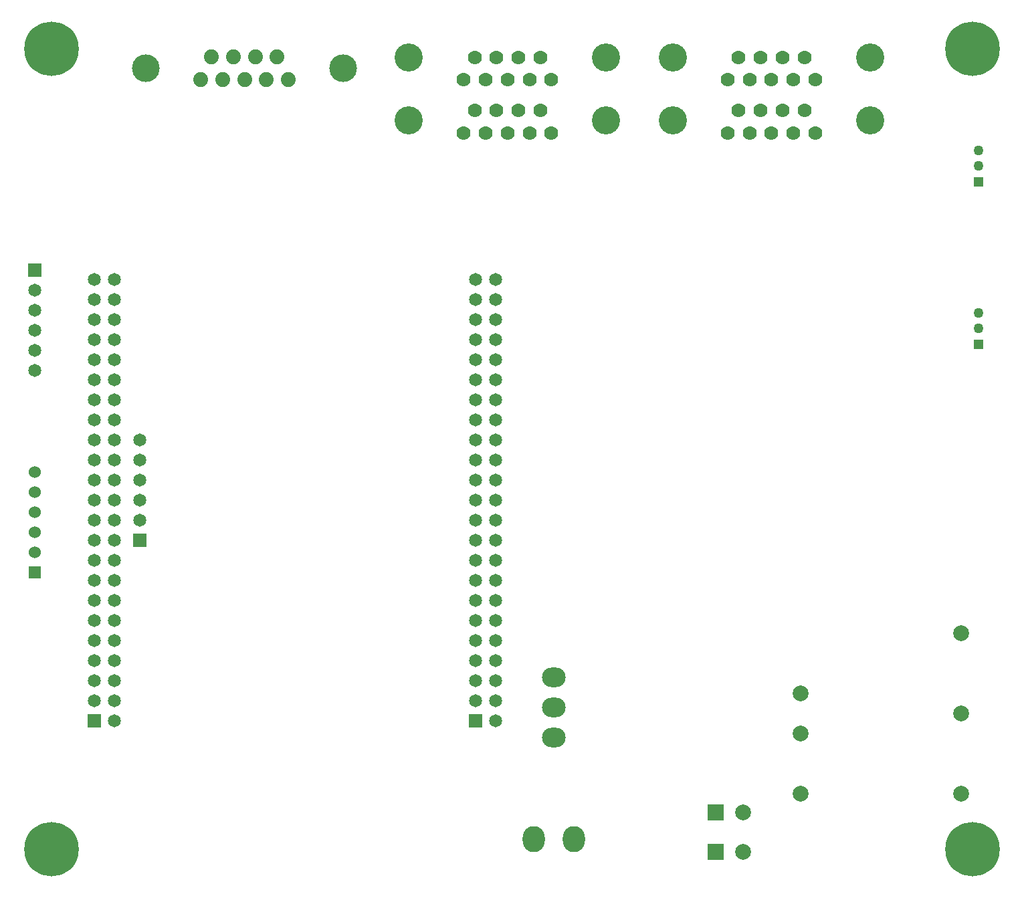
<source format=gbr>
%FSTAX23Y23*%
%MOIN*%
%SFA1B1*%

%IPPOS*%
%ADD53C,0.050000*%
%ADD54R,0.050000X0.050000*%
%ADD55C,0.140000*%
%ADD56C,0.070000*%
%ADD57C,0.078740*%
%ADD58R,0.065000X0.065000*%
%ADD59C,0.065000*%
%ADD60O,0.110236X0.129921*%
%ADD61O,0.118110X0.098425*%
%ADD62C,0.060000*%
%ADD63R,0.060000X0.060000*%
%ADD64R,0.078740X0.078740*%
%ADD65C,0.074409*%
%ADD66C,0.137795*%
%ADD67C,0.271654*%
%LNhardwarecontrollerpcb_pads_bot-1*%
%LPD*%
G54D53*
X04761Y02816D03*
Y02738D03*
Y03625D03*
Y03547D03*
G54D54*
X04761Y02659D03*
Y03468D03*
G54D55*
X0422Y03775D03*
Y0409D03*
X03236Y03775D03*
Y0409D03*
X01921Y0409D03*
Y03775D03*
X02905Y0409D03*
Y03775D03*
G54D56*
X03892Y0409D03*
X03783D03*
X03674D03*
X03565D03*
X03946Y03978D03*
X03837D03*
X03728D03*
X03619D03*
X0351D03*
Y03712D03*
X03619D03*
X03728D03*
X03837D03*
X03946D03*
X03565Y03824D03*
X03674D03*
X03783D03*
X03892D03*
X02576Y03824D03*
X02467D03*
X02358D03*
X02249D03*
X02631Y03712D03*
X02522D03*
X02413D03*
X02304D03*
X02195D03*
Y03978D03*
X02304D03*
X02413D03*
X02522D03*
X02631D03*
X02249Y0409D03*
X02358D03*
X02467D03*
X02576D03*
G54D57*
X04675Y0042D03*
Y0082D03*
Y0122D03*
X03875Y0042D03*
Y0072D03*
Y0092D03*
X03586Y00127D03*
Y00324D03*
G54D58*
X02255Y00781D03*
X00355D03*
X0058Y01681D03*
X00057Y03028D03*
G54D59*
X02355Y00781D03*
X02255Y00881D03*
X02355D03*
X02255Y00981D03*
X02355D03*
X02255Y01081D03*
X02355D03*
X02255Y01181D03*
X02355D03*
X02255Y01281D03*
X02355D03*
X02255Y01381D03*
X02355D03*
X02255Y01481D03*
X02355D03*
X02255Y01581D03*
X02355D03*
X02255Y01681D03*
X02355D03*
X02255Y01781D03*
X02355D03*
X02255Y01881D03*
X02355D03*
X02255Y01981D03*
X02355D03*
X02255Y02081D03*
X02355D03*
X02255Y02181D03*
X02355D03*
X02255Y02281D03*
X02355D03*
X02255Y02381D03*
X02355D03*
X02255Y02481D03*
X02355D03*
X02255Y02581D03*
X02355D03*
X02255Y02681D03*
X02355D03*
X02255Y02781D03*
X02355D03*
X02255Y02881D03*
X02355D03*
X02255Y02981D03*
X02355D03*
X00455Y00781D03*
X00355Y00881D03*
X00455D03*
X00355Y00981D03*
X00455D03*
X00355Y01081D03*
X00455D03*
X00355Y01181D03*
X00455D03*
X00355Y01281D03*
X00455D03*
X00355Y01381D03*
X00455D03*
X00355Y01481D03*
X00455D03*
X00355Y01581D03*
X00455D03*
X00355Y01681D03*
X00455D03*
X00355Y01781D03*
X00455D03*
X00355Y01881D03*
X00455D03*
X00355Y01981D03*
X00455D03*
X00355Y02081D03*
X00455D03*
X00355Y02181D03*
X00455D03*
X00355Y02281D03*
X00455D03*
X00355Y02381D03*
X00455D03*
X00355Y02481D03*
X00455D03*
X00355Y02581D03*
X00455D03*
X00355Y02681D03*
X00455D03*
X00355Y02781D03*
X00455D03*
X00355Y02881D03*
X00455D03*
X00355Y02981D03*
X00455D03*
X0058Y01781D03*
Y01881D03*
Y01981D03*
Y02081D03*
Y02181D03*
X00057Y02528D03*
Y02628D03*
Y02728D03*
X00057Y02828D03*
X00057Y02928D03*
G54D60*
X02543Y00192D03*
X02744D03*
G54D61*
X02643Y007D03*
Y0085D03*
Y01D03*
G54D62*
X00057Y02023D03*
Y01923D03*
Y01823D03*
Y01623D03*
Y01723D03*
G54D63*
X00057Y01523D03*
G54D64*
X03449Y00127D03*
Y00324D03*
G54D65*
X00883Y03979D03*
X00993D03*
X01102D03*
X01211D03*
X0132D03*
X00938Y04091D03*
X01047D03*
X01156D03*
X01265D03*
G54D66*
X01594Y04035D03*
X00609D03*
G54D67*
X0473Y00141D03*
Y04133D03*
X00141D03*
Y00141D03*
M02*
</source>
